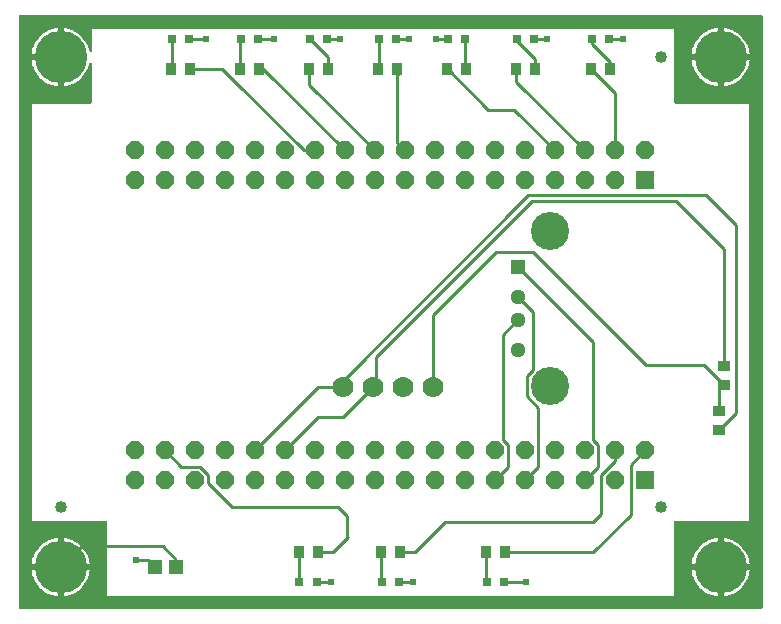
<source format=gbr>
G04 EAGLE Gerber RS-274X export*
G75*
%MOMM*%
%FSLAX34Y34*%
%LPD*%
%INTop Copper*%
%IPPOS*%
%AMOC8*
5,1,8,0,0,1.08239X$1,22.5*%
G01*
%ADD10C,1.778000*%
%ADD11R,0.800000X0.800000*%
%ADD12R,1.288000X1.288000*%
%ADD13C,1.288000*%
%ADD14C,3.220000*%
%ADD15R,1.031241X0.949959*%
%ADD16R,0.949959X1.031241*%
%ADD17C,4.445000*%
%ADD18C,1.016000*%
%ADD19R,1.143000X1.270000*%
%ADD20R,1.524000X1.524000*%
%ADD21P,1.649562X8X202.500000*%
%ADD22C,0.254000*%
%ADD23C,0.609600*%

G36*
X632444Y504308D02*
X632444Y504308D01*
X632437Y504427D01*
X632424Y504465D01*
X632419Y504506D01*
X632376Y504616D01*
X632339Y504729D01*
X632317Y504764D01*
X632302Y504801D01*
X632233Y504897D01*
X632169Y504998D01*
X632139Y505026D01*
X632116Y505059D01*
X632024Y505135D01*
X631937Y505216D01*
X631902Y505236D01*
X631871Y505261D01*
X631763Y505312D01*
X631659Y505370D01*
X631619Y505380D01*
X631583Y505397D01*
X631466Y505419D01*
X631351Y505449D01*
X631291Y505453D01*
X631271Y505457D01*
X631250Y505455D01*
X631190Y505459D01*
X3810Y505459D01*
X3692Y505444D01*
X3573Y505437D01*
X3535Y505424D01*
X3494Y505419D01*
X3384Y505376D01*
X3271Y505339D01*
X3236Y505317D01*
X3199Y505302D01*
X3103Y505233D01*
X3002Y505169D01*
X2974Y505139D01*
X2941Y505116D01*
X2865Y505024D01*
X2784Y504937D01*
X2764Y504902D01*
X2739Y504871D01*
X2688Y504763D01*
X2630Y504659D01*
X2620Y504619D01*
X2603Y504583D01*
X2581Y504466D01*
X2551Y504351D01*
X2547Y504291D01*
X2543Y504271D01*
X2545Y504250D01*
X2541Y504190D01*
X2541Y3810D01*
X2556Y3692D01*
X2563Y3573D01*
X2576Y3535D01*
X2581Y3494D01*
X2624Y3384D01*
X2661Y3271D01*
X2683Y3236D01*
X2698Y3199D01*
X2767Y3103D01*
X2831Y3002D01*
X2861Y2974D01*
X2884Y2941D01*
X2976Y2865D01*
X3063Y2784D01*
X3098Y2764D01*
X3129Y2739D01*
X3237Y2688D01*
X3341Y2630D01*
X3381Y2620D01*
X3417Y2603D01*
X3534Y2581D01*
X3649Y2551D01*
X3709Y2547D01*
X3729Y2543D01*
X3750Y2545D01*
X3810Y2541D01*
X631190Y2541D01*
X631308Y2556D01*
X631427Y2563D01*
X631465Y2576D01*
X631506Y2581D01*
X631616Y2624D01*
X631729Y2661D01*
X631764Y2683D01*
X631801Y2698D01*
X631897Y2767D01*
X631998Y2831D01*
X632026Y2861D01*
X632059Y2884D01*
X632135Y2976D01*
X632216Y3063D01*
X632236Y3098D01*
X632261Y3129D01*
X632312Y3237D01*
X632370Y3341D01*
X632380Y3381D01*
X632397Y3417D01*
X632419Y3534D01*
X632449Y3649D01*
X632453Y3709D01*
X632457Y3729D01*
X632455Y3750D01*
X632459Y3810D01*
X632459Y504190D01*
X632444Y504308D01*
G37*
%LPC*%
G36*
X63500Y430531D02*
X63500Y430531D01*
X63618Y430546D01*
X63737Y430553D01*
X63775Y430566D01*
X63816Y430571D01*
X63926Y430614D01*
X64039Y430651D01*
X64074Y430673D01*
X64111Y430688D01*
X64207Y430758D01*
X64308Y430821D01*
X64336Y430851D01*
X64369Y430874D01*
X64445Y430966D01*
X64526Y431053D01*
X64546Y431088D01*
X64571Y431119D01*
X64622Y431227D01*
X64680Y431331D01*
X64690Y431371D01*
X64707Y431407D01*
X64729Y431524D01*
X64759Y431639D01*
X64763Y431700D01*
X64767Y431720D01*
X64765Y431740D01*
X64769Y431800D01*
X64769Y464185D01*
X64767Y464202D01*
X64769Y464219D01*
X64747Y464359D01*
X64729Y464500D01*
X64723Y464516D01*
X64721Y464533D01*
X64665Y464664D01*
X64612Y464796D01*
X64602Y464810D01*
X64596Y464825D01*
X64509Y464938D01*
X64426Y465053D01*
X64412Y465064D01*
X64402Y465078D01*
X64290Y465165D01*
X64181Y465256D01*
X64165Y465263D01*
X64152Y465274D01*
X64021Y465331D01*
X63893Y465391D01*
X63876Y465395D01*
X63860Y465402D01*
X63719Y465425D01*
X63581Y465451D01*
X63563Y465450D01*
X63547Y465453D01*
X63404Y465440D01*
X63263Y465431D01*
X63247Y465426D01*
X63230Y465425D01*
X63095Y465377D01*
X62961Y465333D01*
X62946Y465324D01*
X62930Y465319D01*
X62812Y465239D01*
X62692Y465163D01*
X62680Y465151D01*
X62666Y465141D01*
X62572Y465035D01*
X62474Y464932D01*
X62466Y464917D01*
X62454Y464904D01*
X62389Y464778D01*
X62320Y464653D01*
X62316Y464637D01*
X62308Y464621D01*
X62263Y464467D01*
X61935Y463033D01*
X61017Y460408D01*
X59810Y457901D01*
X58330Y455546D01*
X56595Y453371D01*
X54629Y451405D01*
X52454Y449670D01*
X50099Y448190D01*
X47592Y446983D01*
X44967Y446065D01*
X42255Y445446D01*
X40639Y445264D01*
X40639Y468630D01*
X40624Y468748D01*
X40617Y468867D01*
X40604Y468905D01*
X40599Y468945D01*
X40556Y469056D01*
X40519Y469169D01*
X40497Y469203D01*
X40482Y469241D01*
X40412Y469337D01*
X40349Y469438D01*
X40319Y469466D01*
X40295Y469498D01*
X40204Y469574D01*
X40117Y469656D01*
X40082Y469675D01*
X40051Y469701D01*
X39943Y469752D01*
X39839Y469809D01*
X39799Y469820D01*
X39763Y469837D01*
X39646Y469859D01*
X39531Y469889D01*
X39470Y469893D01*
X39450Y469897D01*
X39430Y469895D01*
X39370Y469899D01*
X38099Y469899D01*
X38099Y469901D01*
X39370Y469901D01*
X39488Y469916D01*
X39607Y469923D01*
X39645Y469936D01*
X39685Y469941D01*
X39796Y469985D01*
X39909Y470021D01*
X39944Y470043D01*
X39981Y470058D01*
X40077Y470128D01*
X40178Y470191D01*
X40206Y470221D01*
X40239Y470245D01*
X40314Y470336D01*
X40396Y470423D01*
X40416Y470458D01*
X40441Y470490D01*
X40492Y470597D01*
X40550Y470702D01*
X40560Y470741D01*
X40577Y470777D01*
X40599Y470894D01*
X40629Y471009D01*
X40633Y471070D01*
X40637Y471090D01*
X40635Y471110D01*
X40639Y471170D01*
X40639Y494536D01*
X42255Y494354D01*
X44967Y493735D01*
X47592Y492817D01*
X50099Y491610D01*
X52454Y490130D01*
X54629Y488395D01*
X56595Y486429D01*
X58330Y484254D01*
X59810Y481899D01*
X61017Y479392D01*
X61935Y476767D01*
X62263Y475333D01*
X62268Y475317D01*
X62271Y475300D01*
X62323Y475168D01*
X62372Y475034D01*
X62381Y475020D01*
X62388Y475004D01*
X62471Y474889D01*
X62552Y474772D01*
X62564Y474761D01*
X62574Y474747D01*
X62684Y474656D01*
X62791Y474563D01*
X62806Y474555D01*
X62819Y474544D01*
X62948Y474484D01*
X63075Y474420D01*
X63092Y474416D01*
X63107Y474409D01*
X63246Y474382D01*
X63386Y474351D01*
X63403Y474352D01*
X63420Y474349D01*
X63561Y474358D01*
X63703Y474363D01*
X63720Y474367D01*
X63737Y474369D01*
X63872Y474412D01*
X64008Y474453D01*
X64023Y474461D01*
X64039Y474467D01*
X64159Y474543D01*
X64282Y474615D01*
X64294Y474628D01*
X64308Y474637D01*
X64406Y474740D01*
X64506Y474841D01*
X64514Y474856D01*
X64526Y474868D01*
X64595Y474993D01*
X64667Y475115D01*
X64671Y475132D01*
X64680Y475147D01*
X64715Y475284D01*
X64754Y475421D01*
X64755Y475438D01*
X64759Y475455D01*
X64769Y475615D01*
X64769Y494031D01*
X557531Y494031D01*
X557531Y431800D01*
X557546Y431682D01*
X557553Y431563D01*
X557566Y431525D01*
X557571Y431484D01*
X557614Y431374D01*
X557651Y431261D01*
X557673Y431226D01*
X557688Y431189D01*
X557758Y431093D01*
X557821Y430992D01*
X557851Y430964D01*
X557874Y430931D01*
X557966Y430856D01*
X558053Y430774D01*
X558088Y430754D01*
X558119Y430729D01*
X558227Y430678D01*
X558331Y430620D01*
X558371Y430610D01*
X558407Y430593D01*
X558524Y430571D01*
X558639Y430541D01*
X558700Y430537D01*
X558720Y430533D01*
X558740Y430535D01*
X558800Y430531D01*
X621031Y430531D01*
X621031Y77469D01*
X558800Y77469D01*
X558682Y77454D01*
X558563Y77447D01*
X558525Y77434D01*
X558484Y77429D01*
X558374Y77386D01*
X558261Y77349D01*
X558226Y77327D01*
X558189Y77312D01*
X558093Y77243D01*
X557992Y77179D01*
X557964Y77149D01*
X557931Y77126D01*
X557856Y77034D01*
X557774Y76947D01*
X557754Y76912D01*
X557729Y76881D01*
X557678Y76773D01*
X557620Y76669D01*
X557610Y76629D01*
X557593Y76593D01*
X557571Y76476D01*
X557541Y76361D01*
X557537Y76301D01*
X557533Y76281D01*
X557535Y76260D01*
X557531Y76200D01*
X557531Y13969D01*
X77469Y13969D01*
X77469Y76200D01*
X77454Y76318D01*
X77447Y76437D01*
X77434Y76475D01*
X77429Y76516D01*
X77386Y76626D01*
X77349Y76739D01*
X77327Y76774D01*
X77312Y76811D01*
X77243Y76907D01*
X77179Y77008D01*
X77149Y77036D01*
X77126Y77069D01*
X77034Y77145D01*
X76947Y77226D01*
X76912Y77246D01*
X76881Y77271D01*
X76773Y77322D01*
X76669Y77380D01*
X76629Y77390D01*
X76593Y77407D01*
X76476Y77429D01*
X76361Y77459D01*
X76301Y77463D01*
X76281Y77467D01*
X76260Y77465D01*
X76200Y77469D01*
X13969Y77469D01*
X13969Y430531D01*
X63500Y430531D01*
G37*
%LPD*%
%LPC*%
G36*
X599439Y472439D02*
X599439Y472439D01*
X599439Y494536D01*
X601055Y494354D01*
X603767Y493735D01*
X606392Y492817D01*
X608899Y491610D01*
X611254Y490130D01*
X613429Y488395D01*
X615395Y486429D01*
X617130Y484254D01*
X618610Y481899D01*
X619817Y479392D01*
X620735Y476767D01*
X621354Y474055D01*
X621536Y472439D01*
X599439Y472439D01*
G37*
%LPD*%
%LPC*%
G36*
X599439Y40639D02*
X599439Y40639D01*
X599439Y62736D01*
X601055Y62554D01*
X603767Y61935D01*
X606392Y61017D01*
X608899Y59810D01*
X611254Y58330D01*
X613429Y56595D01*
X615395Y54629D01*
X617130Y52454D01*
X618610Y50099D01*
X619817Y47592D01*
X620735Y44967D01*
X621354Y42255D01*
X621536Y40639D01*
X599439Y40639D01*
G37*
%LPD*%
%LPC*%
G36*
X40639Y40639D02*
X40639Y40639D01*
X40639Y62736D01*
X42255Y62554D01*
X44967Y61935D01*
X47592Y61017D01*
X50099Y59810D01*
X52454Y58330D01*
X54629Y56595D01*
X56595Y54629D01*
X58330Y52454D01*
X59810Y50099D01*
X61017Y47592D01*
X61935Y44967D01*
X62554Y42255D01*
X62736Y40639D01*
X40639Y40639D01*
G37*
%LPD*%
%LPC*%
G36*
X572264Y40639D02*
X572264Y40639D01*
X572446Y42255D01*
X573065Y44967D01*
X573983Y47592D01*
X575190Y50099D01*
X576670Y52454D01*
X578405Y54629D01*
X580371Y56595D01*
X582546Y58330D01*
X584901Y59810D01*
X587408Y61017D01*
X590033Y61935D01*
X592745Y62554D01*
X594361Y62736D01*
X594361Y40639D01*
X572264Y40639D01*
G37*
%LPD*%
%LPC*%
G36*
X572264Y472439D02*
X572264Y472439D01*
X572446Y474055D01*
X573065Y476767D01*
X573983Y479392D01*
X575190Y481899D01*
X576670Y484254D01*
X578405Y486429D01*
X580371Y488395D01*
X582546Y490130D01*
X584901Y491610D01*
X587408Y492817D01*
X590033Y493735D01*
X592745Y494354D01*
X594361Y494536D01*
X594361Y472439D01*
X572264Y472439D01*
G37*
%LPD*%
%LPC*%
G36*
X40639Y35561D02*
X40639Y35561D01*
X62736Y35561D01*
X62554Y33945D01*
X61935Y31233D01*
X61017Y28608D01*
X59810Y26101D01*
X58330Y23746D01*
X56595Y21571D01*
X54629Y19605D01*
X52454Y17870D01*
X50099Y16390D01*
X47592Y15183D01*
X44967Y14265D01*
X42255Y13646D01*
X40639Y13464D01*
X40639Y35561D01*
G37*
%LPD*%
%LPC*%
G36*
X599439Y467361D02*
X599439Y467361D01*
X621536Y467361D01*
X621354Y465745D01*
X620735Y463033D01*
X619817Y460408D01*
X618610Y457901D01*
X617130Y455546D01*
X615395Y453371D01*
X613429Y451405D01*
X611254Y449670D01*
X608899Y448190D01*
X606392Y446983D01*
X603767Y446065D01*
X601055Y445446D01*
X599439Y445264D01*
X599439Y467361D01*
G37*
%LPD*%
%LPC*%
G36*
X599439Y35561D02*
X599439Y35561D01*
X621536Y35561D01*
X621354Y33945D01*
X620735Y31233D01*
X619817Y28608D01*
X618610Y26101D01*
X617130Y23746D01*
X615395Y21571D01*
X613429Y19605D01*
X611254Y17870D01*
X608899Y16390D01*
X606392Y15183D01*
X603767Y14265D01*
X601055Y13646D01*
X599439Y13464D01*
X599439Y35561D01*
G37*
%LPD*%
%LPC*%
G36*
X13464Y40639D02*
X13464Y40639D01*
X13646Y42255D01*
X14265Y44967D01*
X15183Y47592D01*
X16390Y50099D01*
X17870Y52454D01*
X19605Y54629D01*
X21571Y56595D01*
X23746Y58330D01*
X26101Y59810D01*
X28608Y61017D01*
X31233Y61935D01*
X33945Y62554D01*
X35561Y62736D01*
X35561Y40639D01*
X13464Y40639D01*
G37*
%LPD*%
%LPC*%
G36*
X13464Y472439D02*
X13464Y472439D01*
X13646Y474055D01*
X14265Y476767D01*
X15183Y479392D01*
X16390Y481899D01*
X17870Y484254D01*
X19605Y486429D01*
X21571Y488395D01*
X23746Y490130D01*
X26101Y491610D01*
X28608Y492817D01*
X31233Y493735D01*
X33945Y494354D01*
X35561Y494536D01*
X35561Y472439D01*
X13464Y472439D01*
G37*
%LPD*%
%LPC*%
G36*
X592745Y445446D02*
X592745Y445446D01*
X590033Y446065D01*
X587408Y446983D01*
X584901Y448190D01*
X582546Y449670D01*
X580371Y451405D01*
X578405Y453371D01*
X576670Y455546D01*
X575190Y457901D01*
X573983Y460408D01*
X573065Y463033D01*
X572446Y465745D01*
X572264Y467361D01*
X594361Y467361D01*
X594361Y445264D01*
X592745Y445446D01*
G37*
%LPD*%
%LPC*%
G36*
X592745Y13646D02*
X592745Y13646D01*
X590033Y14265D01*
X587408Y15183D01*
X584901Y16390D01*
X582546Y17870D01*
X580371Y19605D01*
X578405Y21571D01*
X576670Y23746D01*
X575190Y26101D01*
X573983Y28608D01*
X573065Y31233D01*
X572446Y33945D01*
X572264Y35561D01*
X594361Y35561D01*
X594361Y13464D01*
X592745Y13646D01*
G37*
%LPD*%
%LPC*%
G36*
X33945Y13646D02*
X33945Y13646D01*
X31233Y14265D01*
X28608Y15183D01*
X26101Y16390D01*
X23746Y17870D01*
X21571Y19605D01*
X19605Y21571D01*
X17870Y23746D01*
X16390Y26101D01*
X15183Y28608D01*
X14265Y31233D01*
X13646Y33945D01*
X13464Y35561D01*
X35561Y35561D01*
X35561Y13464D01*
X33945Y13646D01*
G37*
%LPD*%
%LPC*%
G36*
X33945Y445446D02*
X33945Y445446D01*
X31233Y446065D01*
X28608Y446983D01*
X26101Y448190D01*
X23746Y449670D01*
X21571Y451405D01*
X19605Y453371D01*
X17870Y455546D01*
X16390Y457901D01*
X15183Y460408D01*
X14265Y463033D01*
X13646Y465745D01*
X13464Y467361D01*
X35561Y467361D01*
X35561Y445264D01*
X33945Y445446D01*
G37*
%LPD*%
%LPC*%
G36*
X596899Y38099D02*
X596899Y38099D01*
X596899Y38101D01*
X596901Y38101D01*
X596901Y38099D01*
X596899Y38099D01*
G37*
%LPD*%
%LPC*%
G36*
X38099Y38099D02*
X38099Y38099D01*
X38099Y38101D01*
X38101Y38101D01*
X38101Y38099D01*
X38099Y38099D01*
G37*
%LPD*%
%LPC*%
G36*
X596899Y469899D02*
X596899Y469899D01*
X596899Y469901D01*
X596901Y469901D01*
X596901Y469899D01*
X596899Y469899D01*
G37*
%LPD*%
D10*
X276860Y190500D03*
X302260Y190500D03*
X327660Y190500D03*
X353060Y190500D03*
D11*
X132200Y485140D03*
X147200Y485140D03*
D12*
X425450Y292100D03*
D13*
X425450Y267100D03*
X425450Y247100D03*
X425450Y222100D03*
D14*
X452550Y322800D03*
X452550Y191400D03*
D15*
X595630Y154559D03*
X595630Y170561D03*
X599440Y208661D03*
X599440Y192659D03*
D11*
X190620Y485140D03*
X205620Y485140D03*
X249040Y485140D03*
X264040Y485140D03*
X307460Y485140D03*
X322460Y485140D03*
X380880Y485140D03*
X365880Y485140D03*
X424300Y485140D03*
X439300Y485140D03*
X487800Y485140D03*
X502800Y485140D03*
X398900Y25400D03*
X413900Y25400D03*
X310000Y25400D03*
X325000Y25400D03*
X240150Y25400D03*
X255150Y25400D03*
D16*
X147701Y459740D03*
X131699Y459740D03*
X206121Y459740D03*
X190119Y459740D03*
X248539Y459740D03*
X264541Y459740D03*
X322961Y459740D03*
X306959Y459740D03*
X365379Y459740D03*
X381381Y459740D03*
X423799Y459740D03*
X439801Y459740D03*
X487299Y459740D03*
X503301Y459740D03*
X414401Y50800D03*
X398399Y50800D03*
X325501Y50800D03*
X309499Y50800D03*
X255651Y50800D03*
X239649Y50800D03*
D17*
X38100Y38100D03*
X38100Y469900D03*
X596900Y38100D03*
X596900Y469900D03*
D18*
X38100Y88900D03*
X546100Y88900D03*
X546100Y469900D03*
D19*
X118110Y38100D03*
X135890Y38100D03*
D20*
X532720Y111500D03*
D21*
X532720Y136900D03*
X507320Y111500D03*
X507320Y136900D03*
X481920Y111500D03*
X481920Y136900D03*
X456520Y111500D03*
X456520Y136900D03*
X431120Y111500D03*
X431120Y136900D03*
X405720Y111500D03*
X405720Y136900D03*
X380320Y111500D03*
X380320Y136900D03*
X354920Y111500D03*
X354920Y136900D03*
X329520Y111500D03*
X329520Y136900D03*
X304120Y111500D03*
X304120Y136900D03*
X278720Y111500D03*
X278720Y136900D03*
X253320Y111500D03*
X253320Y136900D03*
X227920Y111500D03*
X227920Y136900D03*
X202520Y111500D03*
X202520Y136900D03*
X177120Y111500D03*
X177120Y136900D03*
X151720Y111500D03*
X151720Y136900D03*
X126320Y111500D03*
X126320Y136900D03*
X100920Y111500D03*
X100920Y136900D03*
D20*
X532720Y365500D03*
D21*
X532720Y390900D03*
X507320Y365500D03*
X507320Y390900D03*
X481920Y365500D03*
X481920Y390900D03*
X456520Y365500D03*
X456520Y390900D03*
X431120Y365500D03*
X431120Y390900D03*
X405720Y365500D03*
X405720Y390900D03*
X380320Y365500D03*
X380320Y390900D03*
X354920Y365500D03*
X354920Y390900D03*
X329520Y365500D03*
X329520Y390900D03*
X304120Y365500D03*
X304120Y390900D03*
X278720Y365500D03*
X278720Y390900D03*
X253320Y365500D03*
X253320Y390900D03*
X227920Y365500D03*
X227920Y390900D03*
X202520Y365500D03*
X202520Y390900D03*
X177120Y365500D03*
X177120Y390900D03*
X151720Y365500D03*
X151720Y390900D03*
X126320Y365500D03*
X126320Y390900D03*
X100920Y365500D03*
X100920Y390900D03*
D22*
X413900Y25400D02*
X431800Y25400D01*
D23*
X431800Y25400D03*
D22*
X336550Y25400D02*
X325000Y25400D01*
D23*
X336550Y25400D03*
D22*
X266700Y25400D02*
X255150Y25400D01*
D23*
X266700Y25400D03*
D22*
X118110Y38100D02*
X111760Y44450D01*
X101600Y44450D01*
D23*
X101600Y44450D03*
D22*
X205620Y485140D02*
X218440Y485140D01*
D23*
X218440Y485140D03*
D22*
X264040Y485140D02*
X274320Y485140D01*
D23*
X274320Y485140D03*
D22*
X322460Y485140D02*
X332740Y485140D01*
D23*
X332740Y485140D03*
D22*
X355600Y485140D02*
X365880Y485140D01*
D23*
X355600Y485140D03*
D22*
X502800Y485140D02*
X514350Y485140D01*
D23*
X514350Y485140D03*
D22*
X161290Y485140D02*
X147200Y485140D01*
D23*
X161290Y485140D03*
D22*
X439300Y485140D02*
X449580Y485140D01*
D23*
X449580Y485140D03*
D22*
X595630Y188849D02*
X595630Y170561D01*
X595630Y188849D02*
X599440Y192659D01*
X353060Y190500D02*
X353060Y251460D01*
X406400Y304800D02*
X438150Y304800D01*
X406400Y304800D02*
X353060Y251460D01*
X438150Y304800D02*
X533400Y209550D01*
X582549Y209550D02*
X599440Y192659D01*
X582549Y209550D02*
X533400Y209550D01*
X256120Y190500D02*
X202520Y136900D01*
X256120Y190500D02*
X276860Y190500D01*
X276860Y195761D01*
X434249Y353150D01*
X584545Y353150D01*
X609600Y328095D01*
X609600Y168529D01*
X595630Y154559D01*
X256120Y165100D02*
X227920Y136900D01*
X276860Y165100D02*
X302260Y190500D01*
X276860Y165100D02*
X256120Y165100D01*
X302260Y190500D02*
X304800Y193040D01*
X558800Y348070D02*
X599440Y307430D01*
X599440Y208661D01*
X304800Y215900D02*
X304800Y193040D01*
X304800Y215900D02*
X436970Y348070D01*
X558800Y348070D01*
X132200Y460241D02*
X132200Y485140D01*
X132200Y460241D02*
X131699Y459740D01*
X244100Y390900D02*
X253320Y390900D01*
X184226Y450774D02*
X183791Y450774D01*
X174825Y459740D02*
X147701Y459740D01*
X174825Y459740D02*
X183791Y450774D01*
X184226Y450774D02*
X244100Y390900D01*
X190119Y459740D02*
X190119Y484639D01*
X190620Y485140D01*
X209880Y459740D02*
X278720Y390900D01*
X209880Y459740D02*
X206121Y459740D01*
X264541Y459740D02*
X264541Y469639D01*
X249040Y485140D01*
X248539Y446481D02*
X304120Y390900D01*
X248539Y446481D02*
X248539Y459740D01*
X307460Y460241D02*
X307460Y485140D01*
X307460Y460241D02*
X306959Y459740D01*
X322961Y459740D02*
X325501Y457200D01*
X323170Y454869D02*
X323170Y397250D01*
X329520Y390900D01*
X323170Y454869D02*
X325501Y457200D01*
X380880Y460241D02*
X381381Y459740D01*
X380880Y460241D02*
X380880Y485140D01*
X421970Y425450D02*
X456520Y390900D01*
X421970Y425450D02*
X400050Y425450D01*
X365760Y459740D01*
X365379Y459740D01*
X424300Y482600D02*
X424300Y485140D01*
X424300Y482600D02*
X425450Y482600D01*
X439801Y468249D01*
X439801Y459740D01*
X423799Y449021D02*
X481920Y390900D01*
X423799Y449021D02*
X423799Y459740D01*
X502920Y460121D02*
X503301Y459740D01*
X502920Y460121D02*
X502920Y466090D01*
X487800Y481210D01*
X487800Y485140D01*
X507320Y439719D02*
X507320Y390900D01*
X507320Y439719D02*
X487299Y459740D01*
X398399Y50800D02*
X398399Y25901D01*
X398900Y25400D01*
X520700Y124880D02*
X532720Y136900D01*
X520700Y124880D02*
X520700Y82550D01*
X488950Y50800D01*
X414401Y50800D01*
X310000Y25400D02*
X309499Y25901D01*
X309499Y50800D01*
X507320Y127665D02*
X507320Y136900D01*
X507320Y127665D02*
X495890Y116235D01*
X495890Y83140D01*
X363601Y76200D02*
X338201Y50800D01*
X325501Y50800D01*
X488950Y76200D02*
X495890Y83140D01*
X488950Y76200D02*
X363601Y76200D01*
X240150Y25400D02*
X239649Y25901D01*
X239649Y50800D01*
X163150Y116235D02*
X156455Y122930D01*
X140290Y122930D02*
X126320Y136900D01*
X140290Y122930D02*
X156455Y122930D01*
X163150Y116235D02*
X163150Y109306D01*
X183556Y88900D01*
X280226Y62675D02*
X281051Y63500D01*
X280226Y62675D02*
X268351Y50800D01*
X255651Y50800D01*
X280226Y62675D02*
X280226Y81725D01*
X273050Y88900D02*
X183556Y88900D01*
X273050Y88900D02*
X280226Y81725D01*
X488950Y146035D02*
X493350Y141635D01*
X488950Y146035D02*
X488950Y228600D01*
X493350Y122930D02*
X481920Y111500D01*
X493350Y122930D02*
X493350Y141635D01*
X488950Y228600D02*
X425450Y292100D01*
X432640Y199647D02*
X432640Y183153D01*
X432640Y199647D02*
X438150Y205157D01*
X442550Y122930D02*
X431120Y111500D01*
X442550Y122930D02*
X442550Y173243D01*
X432640Y183153D01*
X438150Y254400D02*
X425450Y267100D01*
X438150Y254400D02*
X438150Y205157D01*
X412750Y146035D02*
X417150Y141635D01*
X412750Y146035D02*
X412750Y234950D01*
X417150Y122930D02*
X405720Y111500D01*
X417150Y122930D02*
X417150Y141635D01*
X412750Y234950D02*
X424900Y247100D01*
X425450Y247100D01*
X55880Y55880D02*
X38100Y38100D01*
X55880Y55880D02*
X124460Y55880D01*
X135890Y44450D01*
X135890Y38100D01*
M02*

</source>
